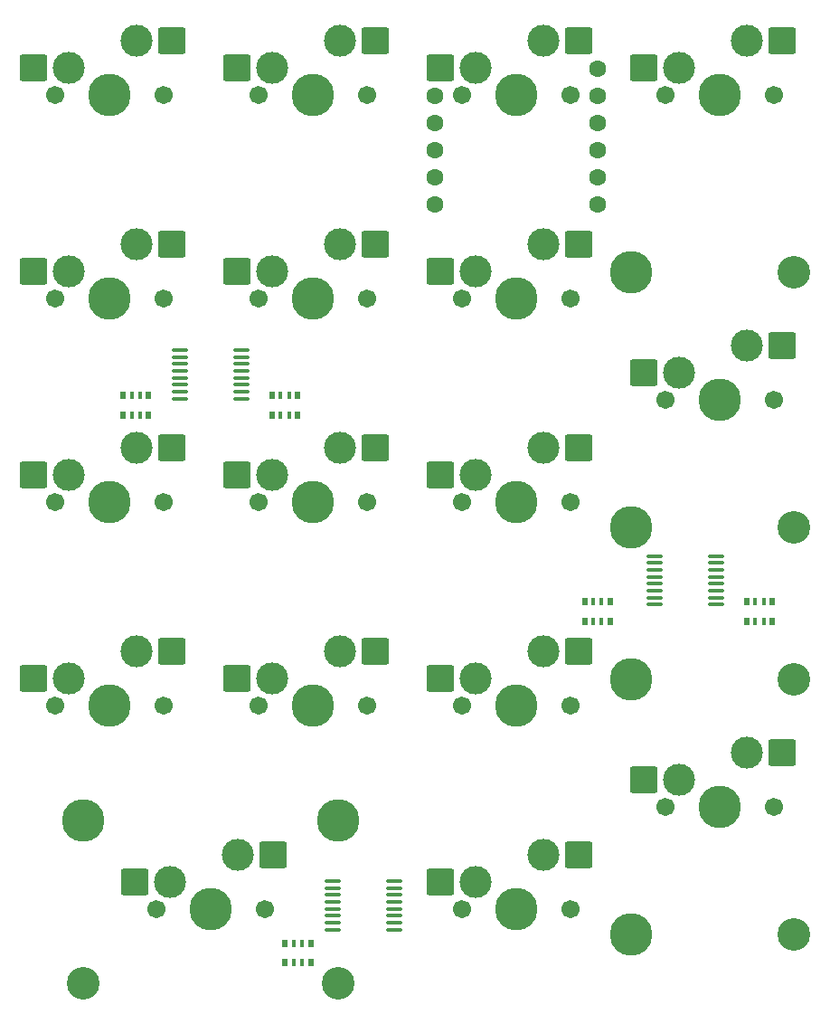
<source format=gbr>
%TF.GenerationSoftware,KiCad,Pcbnew,(7.0.0)*%
%TF.CreationDate,2023-03-18T14:12:53+09:00*%
%TF.ProjectId,hep-numpad,6865702d-6e75-46d7-9061-642e6b696361,rev?*%
%TF.SameCoordinates,Original*%
%TF.FileFunction,Soldermask,Bot*%
%TF.FilePolarity,Negative*%
%FSLAX46Y46*%
G04 Gerber Fmt 4.6, Leading zero omitted, Abs format (unit mm)*
G04 Created by KiCad (PCBNEW (7.0.0)) date 2023-03-18 14:12:53*
%MOMM*%
%LPD*%
G01*
G04 APERTURE LIST*
G04 Aperture macros list*
%AMRoundRect*
0 Rectangle with rounded corners*
0 $1 Rounding radius*
0 $2 $3 $4 $5 $6 $7 $8 $9 X,Y pos of 4 corners*
0 Add a 4 corners polygon primitive as box body*
4,1,4,$2,$3,$4,$5,$6,$7,$8,$9,$2,$3,0*
0 Add four circle primitives for the rounded corners*
1,1,$1+$1,$2,$3*
1,1,$1+$1,$4,$5*
1,1,$1+$1,$6,$7*
1,1,$1+$1,$8,$9*
0 Add four rect primitives between the rounded corners*
20,1,$1+$1,$2,$3,$4,$5,0*
20,1,$1+$1,$4,$5,$6,$7,0*
20,1,$1+$1,$6,$7,$8,$9,0*
20,1,$1+$1,$8,$9,$2,$3,0*%
G04 Aperture macros list end*
%ADD10C,1.701800*%
%ADD11C,3.000000*%
%ADD12C,3.987800*%
%ADD13RoundRect,0.200000X-1.075000X-1.050000X1.075000X-1.050000X1.075000X1.050000X-1.075000X1.050000X0*%
%ADD14C,3.048000*%
%ADD15RoundRect,0.100000X-0.637500X-0.100000X0.637500X-0.100000X0.637500X0.100000X-0.637500X0.100000X0*%
%ADD16R,0.500000X0.800000*%
%ADD17R,0.400000X0.800000*%
%ADD18C,1.600000*%
G04 APERTURE END LIST*
D10*
%TO.C,SW7*%
X102870000Y-93820000D03*
D11*
X104140000Y-91280000D03*
D12*
X107950000Y-93820000D03*
D11*
X110490000Y-88740000D03*
D10*
X113030000Y-93820000D03*
D13*
X100865000Y-91280000D03*
X113792000Y-88740000D03*
%TD*%
D12*
%TO.C,SW17*%
X86487000Y-123665000D03*
D14*
X86487000Y-138905000D03*
D10*
X93345000Y-131920000D03*
D11*
X94615000Y-129380000D03*
D12*
X98425000Y-131920000D03*
D11*
X100965000Y-126840000D03*
D10*
X103505000Y-131920000D03*
D12*
X110363000Y-123665000D03*
D14*
X110363000Y-138905000D03*
D13*
X91340000Y-129380000D03*
X104267000Y-126840000D03*
%TD*%
D10*
%TO.C,SW8*%
X102870000Y-112870000D03*
D11*
X104140000Y-110330000D03*
D12*
X107950000Y-112870000D03*
D11*
X110490000Y-107790000D03*
D10*
X113030000Y-112870000D03*
D13*
X100865000Y-110330000D03*
X113792000Y-107790000D03*
%TD*%
D10*
%TO.C,SW5*%
X102870000Y-55720000D03*
D11*
X104140000Y-53180000D03*
D12*
X107950000Y-55720000D03*
D11*
X110490000Y-50640000D03*
D10*
X113030000Y-55720000D03*
D13*
X100865000Y-53180000D03*
X113792000Y-50640000D03*
%TD*%
D10*
%TO.C,SW12*%
X121920000Y-112870000D03*
D11*
X123190000Y-110330000D03*
D12*
X127000000Y-112870000D03*
D11*
X129540000Y-107790000D03*
D10*
X132080000Y-112870000D03*
D13*
X119915000Y-110330000D03*
X132842000Y-107790000D03*
%TD*%
D12*
%TO.C,SW14*%
X137795000Y-72357000D03*
X137795000Y-96233000D03*
D10*
X140970000Y-84295000D03*
D11*
X142240000Y-81755000D03*
D12*
X146050000Y-84295000D03*
D11*
X148590000Y-79215000D03*
D10*
X151130000Y-84295000D03*
D14*
X153035000Y-72357000D03*
X153035000Y-96233000D03*
D13*
X138965000Y-81755000D03*
X151892000Y-79215000D03*
%TD*%
D10*
%TO.C,SW3*%
X83820000Y-93820000D03*
D11*
X85090000Y-91280000D03*
D12*
X88900000Y-93820000D03*
D11*
X91440000Y-88740000D03*
D10*
X93980000Y-93820000D03*
D13*
X81815000Y-91280000D03*
X94742000Y-88740000D03*
%TD*%
D10*
%TO.C,SW9*%
X121920000Y-55720000D03*
D11*
X123190000Y-53180000D03*
D12*
X127000000Y-55720000D03*
D11*
X129540000Y-50640000D03*
D10*
X132080000Y-55720000D03*
D13*
X119915000Y-53180000D03*
X132842000Y-50640000D03*
%TD*%
D10*
%TO.C,SW10*%
X121920000Y-74770000D03*
D11*
X123190000Y-72230000D03*
D12*
X127000000Y-74770000D03*
D11*
X129540000Y-69690000D03*
D10*
X132080000Y-74770000D03*
D13*
X119915000Y-72230000D03*
X132842000Y-69690000D03*
%TD*%
D10*
%TO.C,SW1*%
X83820000Y-55720000D03*
D11*
X85090000Y-53180000D03*
D12*
X88900000Y-55720000D03*
D11*
X91440000Y-50640000D03*
D10*
X93980000Y-55720000D03*
D13*
X81815000Y-53180000D03*
X94742000Y-50640000D03*
%TD*%
D10*
%TO.C,SW4*%
X83820000Y-112870000D03*
D11*
X85090000Y-110330000D03*
D12*
X88900000Y-112870000D03*
D11*
X91440000Y-107790000D03*
D10*
X93980000Y-112870000D03*
D13*
X81815000Y-110330000D03*
X94742000Y-107790000D03*
%TD*%
D10*
%TO.C,SW6*%
X102870000Y-74770000D03*
D11*
X104140000Y-72230000D03*
D12*
X107950000Y-74770000D03*
D11*
X110490000Y-69690000D03*
D10*
X113030000Y-74770000D03*
D13*
X100865000Y-72230000D03*
X113792000Y-69690000D03*
%TD*%
D10*
%TO.C,SW16*%
X121920000Y-131920000D03*
D11*
X123190000Y-129380000D03*
D12*
X127000000Y-131920000D03*
D11*
X129540000Y-126840000D03*
D10*
X132080000Y-131920000D03*
D13*
X119915000Y-129380000D03*
X132842000Y-126840000D03*
%TD*%
D10*
%TO.C,SW2*%
X83820000Y-74770000D03*
D11*
X85090000Y-72230000D03*
D12*
X88900000Y-74770000D03*
D11*
X91440000Y-69690000D03*
D10*
X93980000Y-74770000D03*
D13*
X81815000Y-72230000D03*
X94742000Y-69690000D03*
%TD*%
D10*
%TO.C,SW11*%
X121920000Y-93820000D03*
D11*
X123190000Y-91280000D03*
D12*
X127000000Y-93820000D03*
D11*
X129540000Y-88740000D03*
D10*
X132080000Y-93820000D03*
D13*
X119915000Y-91280000D03*
X132842000Y-88740000D03*
%TD*%
D12*
%TO.C,SW15*%
X137795000Y-110457000D03*
X137795000Y-134333000D03*
D10*
X140970000Y-122395000D03*
D11*
X142240000Y-119855000D03*
D12*
X146050000Y-122395000D03*
D11*
X148590000Y-117315000D03*
D10*
X151130000Y-122395000D03*
D14*
X153035000Y-110457000D03*
X153035000Y-134333000D03*
D13*
X138965000Y-119855000D03*
X151892000Y-117315000D03*
%TD*%
D10*
%TO.C,SW13*%
X140970000Y-55720000D03*
D11*
X142240000Y-53180000D03*
D12*
X146050000Y-55720000D03*
D11*
X148590000Y-50640000D03*
D10*
X151130000Y-55720000D03*
D13*
X138965000Y-53180000D03*
X151892000Y-50640000D03*
%TD*%
D15*
%TO.C,U3*%
X109848400Y-133872700D03*
X109848400Y-133222700D03*
X109848400Y-132572700D03*
X109848400Y-131922700D03*
X109848400Y-131272700D03*
X109848400Y-130622700D03*
X109848400Y-129972700D03*
X109848400Y-129322700D03*
X115573400Y-129322700D03*
X115573400Y-129972700D03*
X115573400Y-130622700D03*
X115573400Y-131272700D03*
X115573400Y-131922700D03*
X115573400Y-132572700D03*
X115573400Y-133222700D03*
X115573400Y-133872700D03*
%TD*%
%TO.C,U2*%
X139979000Y-103454500D03*
X139979000Y-102804500D03*
X139979000Y-102154500D03*
X139979000Y-101504500D03*
X139979000Y-100854500D03*
X139979000Y-100204500D03*
X139979000Y-99554500D03*
X139979000Y-98904500D03*
X145704000Y-98904500D03*
X145704000Y-99554500D03*
X145704000Y-100204500D03*
X145704000Y-100854500D03*
X145704000Y-101504500D03*
X145704000Y-102154500D03*
X145704000Y-102804500D03*
X145704000Y-103454500D03*
%TD*%
D16*
%TO.C,RN4*%
X148607499Y-103211499D03*
D17*
X149407499Y-103211499D03*
X150207499Y-103211499D03*
D16*
X151007499Y-103211499D03*
X151007499Y-105011499D03*
D17*
X150207499Y-105011499D03*
X149407499Y-105011499D03*
D16*
X148607499Y-105011499D03*
%TD*%
%TO.C,RN2*%
X104176499Y-83907499D03*
D17*
X104976499Y-83907499D03*
X105776499Y-83907499D03*
D16*
X106576499Y-83907499D03*
X106576499Y-85707499D03*
D17*
X105776499Y-85707499D03*
X104976499Y-85707499D03*
D16*
X104176499Y-85707499D03*
%TD*%
%TO.C,RN1*%
X92611499Y-85707499D03*
D17*
X91811499Y-85707499D03*
X91011499Y-85707499D03*
D16*
X90211499Y-85707499D03*
X90211499Y-83907499D03*
D17*
X91011499Y-83907499D03*
X91811499Y-83907499D03*
D16*
X92611499Y-83907499D03*
%TD*%
%TO.C,RN5*%
X107773399Y-136968099D03*
D17*
X106973399Y-136968099D03*
X106173399Y-136968099D03*
D16*
X105373399Y-136968099D03*
X105373399Y-135168099D03*
D17*
X106173399Y-135168099D03*
X106973399Y-135168099D03*
D16*
X107773399Y-135168099D03*
%TD*%
D18*
%TO.C,U4*%
X119380000Y-55880000D03*
X119380000Y-58420000D03*
X119380000Y-60960000D03*
X119380000Y-63500000D03*
X119380000Y-66040000D03*
X134620000Y-66040000D03*
X134620000Y-63500000D03*
X134620000Y-60960000D03*
X134620000Y-58420000D03*
X134620000Y-55880000D03*
X134620000Y-53340000D03*
%TD*%
D15*
%TO.C,U1*%
X95562500Y-84188750D03*
X95562500Y-83538750D03*
X95562500Y-82888750D03*
X95562500Y-82238750D03*
X95562500Y-81588750D03*
X95562500Y-80938750D03*
X95562500Y-80288750D03*
X95562500Y-79638750D03*
X101287500Y-79638750D03*
X101287500Y-80288750D03*
X101287500Y-80938750D03*
X101287500Y-81588750D03*
X101287500Y-82238750D03*
X101287500Y-82888750D03*
X101287500Y-83538750D03*
X101287500Y-84188750D03*
%TD*%
D16*
%TO.C,RN3*%
X135825999Y-105011499D03*
D17*
X135025999Y-105011499D03*
X134225999Y-105011499D03*
D16*
X133425999Y-105011499D03*
X133425999Y-103211499D03*
D17*
X134225999Y-103211499D03*
X135025999Y-103211499D03*
D16*
X135825999Y-103211499D03*
%TD*%
M02*

</source>
